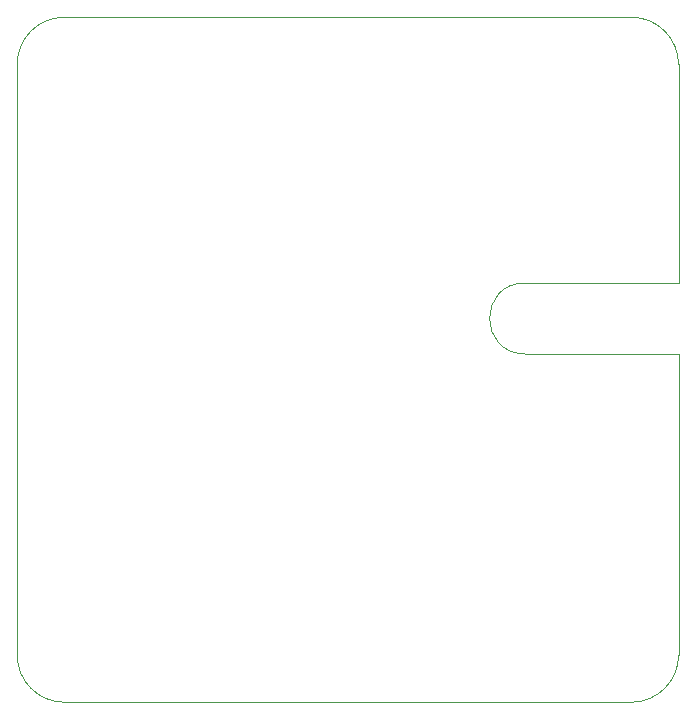
<source format=gbr>
%TF.GenerationSoftware,KiCad,Pcbnew,8.0.8*%
%TF.CreationDate,2025-02-05T17:12:45-05:00*%
%TF.ProjectId,Spectrometer V1.0,53706563-7472-46f6-9d65-746572205631,rev?*%
%TF.SameCoordinates,Original*%
%TF.FileFunction,Profile,NP*%
%FSLAX46Y46*%
G04 Gerber Fmt 4.6, Leading zero omitted, Abs format (unit mm)*
G04 Created by KiCad (PCBNEW 8.0.8) date 2025-02-05 17:12:45*
%MOMM*%
%LPD*%
G01*
G04 APERTURE LIST*
%TA.AperFunction,Profile*%
%ADD10C,0.050000*%
%TD*%
%TA.AperFunction,Profile*%
%ADD11C,0.100000*%
%TD*%
G04 APERTURE END LIST*
D10*
X139000000Y-104500000D02*
X152000000Y-104500000D01*
D11*
X96000000Y-130000000D02*
X96000000Y-80000000D01*
X100000000Y-134000000D02*
X148000000Y-134000000D01*
D10*
X152000000Y-130000000D02*
X152000000Y-104500000D01*
D11*
X100000000Y-76000000D02*
X148000000Y-76000000D01*
D10*
X139000000Y-104500000D02*
G75*
G02*
X139000000Y-98500000I0J3000000D01*
G01*
X148000000Y-76000000D02*
G75*
G02*
X152000000Y-80000000I0J-4000000D01*
G01*
X152000000Y-130000000D02*
G75*
G02*
X148000000Y-134000000I-4000000J0D01*
G01*
X152000000Y-98500000D02*
X152000000Y-80000000D01*
X139000000Y-98500000D02*
X152000000Y-98500000D01*
D11*
X100000000Y-134000000D02*
G75*
G02*
X96000000Y-130000000I0J4000000D01*
G01*
X96000000Y-80000000D02*
G75*
G02*
X100000000Y-76000000I4000000J0D01*
G01*
M02*

</source>
